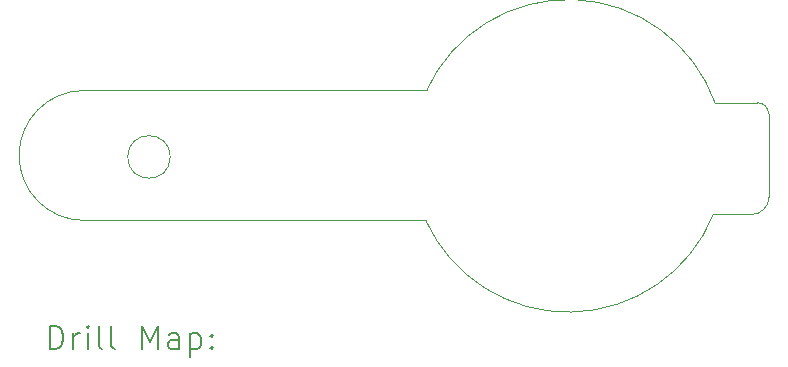
<source format=gbr>
%TF.GenerationSoftware,KiCad,Pcbnew,9.0.3*%
%TF.CreationDate,2025-08-26T14:38:20+05:30*%
%TF.ProjectId,Project 1 LED Torch,50726f6a-6563-4742-9031-204c45442054,1*%
%TF.SameCoordinates,Original*%
%TF.FileFunction,Drillmap*%
%TF.FilePolarity,Positive*%
%FSLAX45Y45*%
G04 Gerber Fmt 4.5, Leading zero omitted, Abs format (unit mm)*
G04 Created by KiCad (PCBNEW 9.0.3) date 2025-08-26 14:38:20*
%MOMM*%
%LPD*%
G01*
G04 APERTURE LIST*
%ADD10C,0.050000*%
%ADD11C,0.200000*%
G04 APERTURE END LIST*
D10*
X11100000Y-12800000D02*
G75*
G02*
X11100000Y-11700000I0J550000D01*
G01*
X16800000Y-11802877D02*
G75*
G02*
X16897123Y-11900000I0J-97123D01*
G01*
X16428627Y-12750000D02*
G75*
G02*
X13992927Y-12800000I-1228627J500000D01*
G01*
X11100000Y-11700000D02*
X14000000Y-11700000D01*
X11830278Y-12262500D02*
G75*
G02*
X11469722Y-12262500I-180278J0D01*
G01*
X11469722Y-12262500D02*
G75*
G02*
X11830278Y-12262500I180278J0D01*
G01*
X11100000Y-12800000D02*
X13992927Y-12800000D01*
X14000000Y-11700000D02*
G75*
G02*
X16442007Y-11802877I1200000J-550000D01*
G01*
X16428627Y-12750000D02*
X16750000Y-12750000D01*
X16897123Y-11900000D02*
X16900000Y-12600000D01*
X16900000Y-12600000D02*
G75*
G02*
X16750000Y-12750000I-150000J0D01*
G01*
X16442007Y-11802877D02*
X16800000Y-11802877D01*
D11*
X10808277Y-13890454D02*
X10808277Y-13690454D01*
X10808277Y-13690454D02*
X10855896Y-13690454D01*
X10855896Y-13690454D02*
X10884467Y-13699978D01*
X10884467Y-13699978D02*
X10903515Y-13719026D01*
X10903515Y-13719026D02*
X10913039Y-13738073D01*
X10913039Y-13738073D02*
X10922563Y-13776169D01*
X10922563Y-13776169D02*
X10922563Y-13804740D01*
X10922563Y-13804740D02*
X10913039Y-13842835D01*
X10913039Y-13842835D02*
X10903515Y-13861883D01*
X10903515Y-13861883D02*
X10884467Y-13880931D01*
X10884467Y-13880931D02*
X10855896Y-13890454D01*
X10855896Y-13890454D02*
X10808277Y-13890454D01*
X11008277Y-13890454D02*
X11008277Y-13757121D01*
X11008277Y-13795216D02*
X11017801Y-13776169D01*
X11017801Y-13776169D02*
X11027324Y-13766645D01*
X11027324Y-13766645D02*
X11046372Y-13757121D01*
X11046372Y-13757121D02*
X11065420Y-13757121D01*
X11132086Y-13890454D02*
X11132086Y-13757121D01*
X11132086Y-13690454D02*
X11122563Y-13699978D01*
X11122563Y-13699978D02*
X11132086Y-13709502D01*
X11132086Y-13709502D02*
X11141610Y-13699978D01*
X11141610Y-13699978D02*
X11132086Y-13690454D01*
X11132086Y-13690454D02*
X11132086Y-13709502D01*
X11255896Y-13890454D02*
X11236848Y-13880931D01*
X11236848Y-13880931D02*
X11227324Y-13861883D01*
X11227324Y-13861883D02*
X11227324Y-13690454D01*
X11360658Y-13890454D02*
X11341610Y-13880931D01*
X11341610Y-13880931D02*
X11332086Y-13861883D01*
X11332086Y-13861883D02*
X11332086Y-13690454D01*
X11589229Y-13890454D02*
X11589229Y-13690454D01*
X11589229Y-13690454D02*
X11655896Y-13833312D01*
X11655896Y-13833312D02*
X11722562Y-13690454D01*
X11722562Y-13690454D02*
X11722562Y-13890454D01*
X11903515Y-13890454D02*
X11903515Y-13785693D01*
X11903515Y-13785693D02*
X11893991Y-13766645D01*
X11893991Y-13766645D02*
X11874943Y-13757121D01*
X11874943Y-13757121D02*
X11836848Y-13757121D01*
X11836848Y-13757121D02*
X11817801Y-13766645D01*
X11903515Y-13880931D02*
X11884467Y-13890454D01*
X11884467Y-13890454D02*
X11836848Y-13890454D01*
X11836848Y-13890454D02*
X11817801Y-13880931D01*
X11817801Y-13880931D02*
X11808277Y-13861883D01*
X11808277Y-13861883D02*
X11808277Y-13842835D01*
X11808277Y-13842835D02*
X11817801Y-13823788D01*
X11817801Y-13823788D02*
X11836848Y-13814264D01*
X11836848Y-13814264D02*
X11884467Y-13814264D01*
X11884467Y-13814264D02*
X11903515Y-13804740D01*
X11998753Y-13757121D02*
X11998753Y-13957121D01*
X11998753Y-13766645D02*
X12017801Y-13757121D01*
X12017801Y-13757121D02*
X12055896Y-13757121D01*
X12055896Y-13757121D02*
X12074943Y-13766645D01*
X12074943Y-13766645D02*
X12084467Y-13776169D01*
X12084467Y-13776169D02*
X12093991Y-13795216D01*
X12093991Y-13795216D02*
X12093991Y-13852359D01*
X12093991Y-13852359D02*
X12084467Y-13871407D01*
X12084467Y-13871407D02*
X12074943Y-13880931D01*
X12074943Y-13880931D02*
X12055896Y-13890454D01*
X12055896Y-13890454D02*
X12017801Y-13890454D01*
X12017801Y-13890454D02*
X11998753Y-13880931D01*
X12179705Y-13871407D02*
X12189229Y-13880931D01*
X12189229Y-13880931D02*
X12179705Y-13890454D01*
X12179705Y-13890454D02*
X12170182Y-13880931D01*
X12170182Y-13880931D02*
X12179705Y-13871407D01*
X12179705Y-13871407D02*
X12179705Y-13890454D01*
X12179705Y-13766645D02*
X12189229Y-13776169D01*
X12189229Y-13776169D02*
X12179705Y-13785693D01*
X12179705Y-13785693D02*
X12170182Y-13776169D01*
X12170182Y-13776169D02*
X12179705Y-13766645D01*
X12179705Y-13766645D02*
X12179705Y-13785693D01*
M02*

</source>
